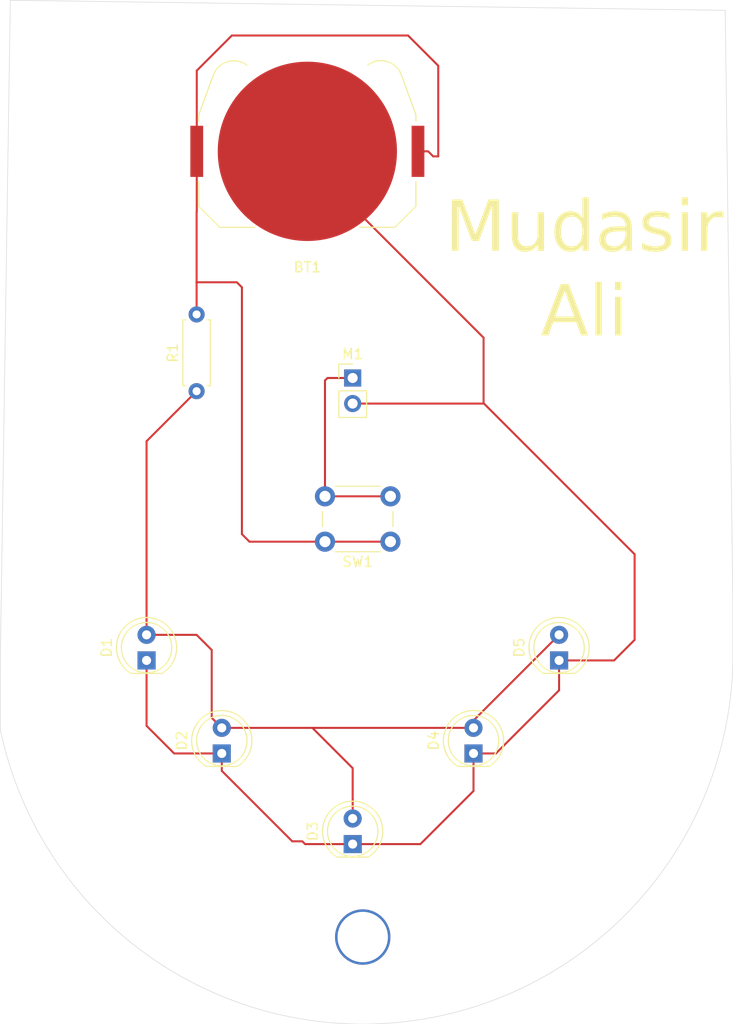
<source format=kicad_pcb>
(kicad_pcb (version 20241229) (generator "pcbnew") (generator_version "9.0")
  (layers (0 "F.Cu" signal) (2 "B.Cu" signal) (13 "F.Paste" user) (15 "B.Paste" user) (5 "F.SilkS" user "F.Silkscreen") (7 "B.SilkS" user "B.Silkscreen") (1 "F.Mask" user) (3 "B.Mask" user) (25 "Edge.Cuts" user))
  (net 0 "")
  (net 1 "Net-(BT1--)")
  (net 2 "Net-(BT1-+)")
  (net 3 "Net-(D1-A)")
  (net 4 "Net-(M1-+)")
  (footprint "LED_THT:LED_D5.0mm" (layer "F.Cu") (at 123.5 112.775 90)
    (property "Reference" "D3" (at 1.27 -3.96 90) (layer "F.SilkS"))
    (property "Value" "LED")
    (fp_line (start -1.29 -1.545) (end -1.29 1.545) (stroke (width 0.12)) (layer "F.SilkS"))
    (fp_arc (start -1.29 -1.54483) (mid 2.071779 -2.880495) (end 4.26 0) (stroke (width 0.12)) (layer "F.SilkS"))
    (fp_arc (start 4.26 0) (mid 2.071779 2.880495) (end -1.29 1.54483) (stroke (width 0.12)) (layer "F.SilkS"))
    (fp_circle (center 1.27 0) (end 3.77 0) (stroke (width 0.12)) (fill no) (layer "F.SilkS"))
    (pad "1" thru_hole rect (at 0 0 90) (size 1.8 1.8) (drill 0.9) (layers "*.Cu" "*.Mask") (net 1 "Net-(BT1--)"))
    (pad "2" thru_hole circle (at 2.54 0 90) (size 1.8 1.8) (drill 0.9) (layers "*.Cu" "*.Mask") (net 3 "Net-(D1-A)"))
  )
  (footprint "LED_THT:LED_D5.0mm" (layer "F.Cu") (at 110.5 103.775 90)
    (property "Reference" "D2" (at 1.27 -3.96 90) (layer "F.SilkS"))
    (property "Value" "LED")
    (fp_line (start -1.29 -1.545) (end -1.29 1.545) (stroke (width 0.12)) (layer "F.SilkS"))
    (fp_arc (start -1.29 -1.54483) (mid 2.071779 -2.880495) (end 4.26 0) (stroke (width 0.12)) (layer "F.SilkS"))
    (fp_arc (start 4.26 0) (mid 2.071779 2.880495) (end -1.29 1.54483) (stroke (width 0.12)) (layer "F.SilkS"))
    (fp_circle (center 1.27 0) (end 3.77 0) (stroke (width 0.12)) (fill no) (layer "F.SilkS"))
    (pad "1" thru_hole rect (at 0 0 90) (size 1.8 1.8) (drill 0.9) (layers "*.Cu" "*.Mask") (net 1 "Net-(BT1--)"))
    (pad "2" thru_hole circle (at 2.54 0 90) (size 1.8 1.8) (drill 0.9) (layers "*.Cu" "*.Mask") (net 3 "Net-(D1-A)"))
  )
  (footprint "Battery:BatteryHolder_Keystone_3034_1x20mm" (layer "F.Cu") (at 119 44 180)
    (property "Reference" "BT1" (at 0 -11.5 0) (layer "F.SilkS"))
    (property "Value" "Battery_Cell")
    (fp_line (start 10.78 3.63) (end 9.34 7.58) (stroke (width 0.12)) (layer "F.SilkS"))
    (fp_line (start 10.78 3) (end 10.78 3.63) (stroke (width 0.12)) (layer "F.SilkS"))
    (fp_line (start 10.78 -5.46) (end 10.78 -3) (stroke (width 0.12)) (layer "F.SilkS"))
    (fp_line (start 8.7 -7.54) (end 10.78 -5.46) (stroke (width 0.12)) (layer "F.SilkS"))
    (fp_line (start 8.7 -7.54) (end 5.2 -7.54) (stroke (width 0.12)) (layer "F.SilkS"))
    (fp_line (start -5.2 -7.54) (end -8.7 -7.54) (stroke (width 0.12)) (layer "F.SilkS"))
    (fp_line (start -8.7 -7.54) (end -10.78 -5.46) (stroke (width 0.12)) (layer "F.SilkS"))
    (fp_line (start -10.78 3.63) (end -9.34 7.58) (stroke (width 0.12)) (layer "F.SilkS"))
    (fp_line (start -10.78 3) (end -10.78 3.63) (stroke (width 0.12)) (layer "F.SilkS"))
    (fp_line (start -10.78 -5.46) (end -10.78 -3) (stroke (width 0.12)) (layer "F.SilkS"))
    (fp_arc (start 9.325243 7.588169) (mid 7.90634 8.911668) (end 6 8.55) (stroke (width 0.12)) (layer "F.SilkS"))
    (fp_arc (start -6.003354 8.56653) (mid -7.921654 8.918738) (end -9.34 7.58) (stroke (width 0.12)) (layer "F.SilkS"))
    (pad "1" smd rect (at -10.985 0 180) (size 1.27 5.08) (layers "F.Cu" "F.Mask" "F.Paste") (net 2 "Net-(BT1-+)"))
    (pad "1" smd rect (at 10.985 0 180) (size 1.27 5.08) (layers "F.Cu" "F.Mask" "F.Paste") (net 2 "Net-(BT1-+)"))
    (pad "2" smd circle (at 0 0 180) (size 17.8 17.8) (layers "F.Cu" "F.Mask") (net 1 "Net-(BT1--)"))
  )
  (footprint "LED_THT:LED_D5.0mm" (layer "F.Cu") (at 103.03 94.54 90)
    (property "Reference" "D1" (at 1.27 -3.96 90) (layer "F.SilkS"))
    (property "Value" "LED")
    (fp_line (start -1.29 -1.545) (end -1.29 1.545) (stroke (width 0.12)) (layer "F.SilkS"))
    (fp_arc (start -1.29 -1.54483) (mid 2.071779 -2.880495) (end 4.26 0) (stroke (width 0.12)) (layer "F.SilkS"))
    (fp_arc (start 4.26 0) (mid 2.071779 2.880495) (end -1.29 1.54483) (stroke (width 0.12)) (layer "F.SilkS"))
    (fp_circle (center 1.27 0) (end 3.77 0) (stroke (width 0.12)) (fill no) (layer "F.SilkS"))
    (pad "1" thru_hole rect (at 0 0 90) (size 1.8 1.8) (drill 0.9) (layers "*.Cu" "*.Mask") (net 1 "Net-(BT1--)"))
    (pad "2" thru_hole circle (at 2.54 0 90) (size 1.8 1.8) (drill 0.9) (layers "*.Cu" "*.Mask") (net 3 "Net-(D1-A)"))
  )
  (footprint "LED_THT:LED_D5.0mm" (layer "F.Cu") (at 144 94.54 90)
    (property "Reference" "D5" (at 1.27 -3.96 90) (layer "F.SilkS"))
    (property "Value" "LED")
    (fp_line (start -1.29 -1.545) (end -1.29 1.545) (stroke (width 0.12)) (layer "F.SilkS"))
    (fp_arc (start -1.29 -1.54483) (mid 2.071779 -2.880495) (end 4.26 0) (stroke (width 0.12)) (layer "F.SilkS"))
    (fp_arc (start 4.26 0) (mid 2.071779 2.880495) (end -1.29 1.54483) (stroke (width 0.12)) (layer "F.SilkS"))
    (fp_circle (center 1.27 0) (end 3.77 0) (stroke (width 0.12)) (fill no) (layer "F.SilkS"))
    (pad "1" thru_hole rect (at 0 0 90) (size 1.8 1.8) (drill 0.9) (layers "*.Cu" "*.Mask") (net 1 "Net-(BT1--)"))
    (pad "2" thru_hole circle (at 2.54 0 90) (size 1.8 1.8) (drill 0.9) (layers "*.Cu" "*.Mask") (net 3 "Net-(D1-A)"))
  )
  (footprint "Connector_PinHeader_2.54mm:PinHeader_1x02_P2.54mm_Vertical" (layer "F.Cu") (at 123.5 66.5)
    (property "Reference" "M1" (at 0 -2.38 0) (layer "F.SilkS"))
    (property "Value" "Motor_DC")
    (fp_line (start -1.38 -1.38) (end 0 -1.38) (stroke (width 0.12)) (layer "F.SilkS"))
    (fp_line (start -1.38 0) (end -1.38 -1.38) (stroke (width 0.12)) (layer "F.SilkS"))
    (fp_line (start -1.38 1.27) (end -1.38 3.92) (stroke (width 0.12)) (layer "F.SilkS"))
    (fp_line (start -1.38 1.27) (end 1.38 1.27) (stroke (width 0.12)) (layer "F.SilkS"))
    (fp_line (start -1.38 3.92) (end 1.38 3.92) (stroke (width 0.12)) (layer "F.SilkS"))
    (fp_line (start 1.38 1.27) (end 1.38 3.92) (stroke (width 0.12)) (layer "F.SilkS"))
    (pad "1" thru_hole rect (at 0 0) (size 1.7 1.7) (drill 1) (layers "*.Cu" "*.Mask") (net 4 "Net-(M1-+)"))
    (pad "2" thru_hole circle (at 0 2.54) (size 1.7 1.7) (drill 1) (layers "*.Cu" "*.Mask") (net 1 "Net-(BT1--)"))
  )
  (footprint "LED_THT:LED_D5.0mm" (layer "F.Cu") (at 135.5 103.775 90)
    (property "Reference" "D4" (at 1.27 -3.96 90) (layer "F.SilkS"))
    (property "Value" "LED")
    (fp_line (start -1.29 -1.545) (end -1.29 1.545) (stroke (width 0.12)) (layer "F.SilkS"))
    (fp_arc (start -1.29 -1.54483) (mid 2.071779 -2.880495) (end 4.26 0) (stroke (width 0.12)) (layer "F.SilkS"))
    (fp_arc (start 4.26 0) (mid 2.071779 2.880495) (end -1.29 1.54483) (stroke (width 0.12)) (layer "F.SilkS"))
    (fp_circle (center 1.27 0) (end 3.77 0) (stroke (width 0.12)) (fill no) (layer "F.SilkS"))
    (pad "1" thru_hole rect (at 0 0 90) (size 1.8 1.8) (drill 0.9) (layers "*.Cu" "*.Mask") (net 1 "Net-(BT1--)"))
    (pad "2" thru_hole circle (at 2.54 0 90) (size 1.8 1.8) (drill 0.9) (layers "*.Cu" "*.Mask") (net 3 "Net-(D1-A)"))
  )
  (footprint "Button_Switch_THT:SW_PUSH_6mm" (layer "F.Cu") (at 127.25 82.75 180)
    (property "Reference" "SW1" (at 3.25 -2 0) (layer "F.SilkS"))
    (property "Value" "SW_Push")
    (fp_line (start 6.75 3) (end 6.75 1.5) (stroke (width 0.12)) (layer "F.SilkS"))
    (fp_line (start 5.5 -1) (end 1 -1) (stroke (width 0.12)) (layer "F.SilkS"))
    (fp_line (start 1 5.5) (end 5.5 5.5) (stroke (width 0.12)) (layer "F.SilkS"))
    (fp_line (start -0.25 1.5) (end -0.25 3) (stroke (width 0.12)) (layer "F.SilkS"))
    (pad "1" thru_hole circle (at 0 0 270) (size 2 2) (drill 1.1) (layers "*.Cu" "*.Mask") (net 2 "Net-(BT1-+)"))
    (pad "1" thru_hole circle (at 6.5 0 270) (size 2 2) (drill 1.1) (layers "*.Cu" "*.Mask") (net 2 "Net-(BT1-+)"))
    (pad "2" thru_hole circle (at 0 4.5 270) (size 2 2) (drill 1.1) (layers "*.Cu" "*.Mask") (net 4 "Net-(M1-+)"))
    (pad "2" thru_hole circle (at 6.5 4.5 270) (size 2 2) (drill 1.1) (layers "*.Cu" "*.Mask") (net 4 "Net-(M1-+)"))
  )
  (footprint "Resistor_THT:R_Axial_DIN0207_L6.3mm_D2.5mm_P7.62mm_Horizontal" (layer "F.Cu") (at 108 67.81 90)
    (property "Reference" "R1" (at 3.81 -2.37 90) (layer "F.SilkS"))
    (property "Value" "R")
    (fp_line (start 7.08 -1.37) (end 7.08 -1.04) (stroke (width 0.12)) (layer "F.SilkS"))
    (fp_line (start 0.54 -1.37) (end 7.08 -1.37) (stroke (width 0.12)) (layer "F.SilkS"))
    (fp_line (start 0.54 -1.04) (end 0.54 -1.37) (stroke (width 0.12)) (layer "F.SilkS"))
    (fp_line (start 0.54 1.04) (end 0.54 1.37) (stroke (width 0.12)) (layer "F.SilkS"))
    (fp_line (start 7.08 1.37) (end 7.08 1.04) (stroke (width 0.12)) (layer "F.SilkS"))
    (fp_line (start 0.54 1.37) (end 7.08 1.37) (stroke (width 0.12)) (layer "F.SilkS"))
    (pad "1" thru_hole circle (at 0 0 90) (size 1.6 1.6) (drill 0.8) (layers "*.Cu" "*.Mask") (net 3 "Net-(D1-A)"))
    (pad "2" thru_hole circle (at 7.62 0 90) (size 1.6 1.6) (drill 0.8) (layers "*.Cu" "*.Mask") (net 2 "Net-(BT1-+)"))
  )
  (gr_line (start 160.5 30) (end 89.5 29) (stroke (width 0.05)) (layer "Edge.Cuts"))
  (gr_line (start 161.25608 88.613821) (end 161.25608 94.981707) (stroke (width 0.05)) (layer "Edge.Cuts"))
  (gr_line (start 89.5 29) (end 88.500001 95) (stroke (width 0.05)) (layer "Edge.Cuts"))
  (gr_line (start 88.500001 95) (end 88.500001 101.367893) (stroke (width 0.05)) (layer "Edge.Cuts"))
  (gr_arc (start 161.25608 94.981714) (mid 127.71539 130.5) (end 88.5 101.367893) (stroke (width 0.05)) (layer "Edge.Cuts"))
  (gr_line (start 161.25608 88.613821) (end 160.5 30) (stroke (width 0.05)) (layer "Edge.Cuts"))
  (gr_text "Mudasir\nAli" (at 146.5 56 0) (layer "F.SilkS") (effects (font (size 5 5) (thickness 0.1))))
  (via (at 124.5 122) (size 5.5) (drill 5) (layers "F.Cu" "B.Cu") (net 0))
  (segment (start 110.5 105.5) (end 117.5 112.5) (width 0.2) (layer "F.Cu") (net 1))
  (segment (start 151.5 92.5) (end 149.46 94.54) (width 0.2) (layer "F.Cu") (net 1))
  (segment (start 103.03 94.54) (end 103.03 101.03) (width 0.2) (layer "F.Cu") (net 1))
  (segment (start 118.5 112.5) (end 118.775 112.775) (width 0.2) (layer "F.Cu") (net 1))
  (segment (start 136.5 69) (end 136.5 62.5) (width 0.2) (layer "F.Cu") (net 1))
  (segment (start 117.5 112.5) (end 118.5 112.5) (width 0.2) (layer "F.Cu") (net 1))
  (segment (start 105.775 103.775) (end 110.5 103.775) (width 0.2) (layer "F.Cu") (net 1))
  (segment (start 151.5 84) (end 151.5 92.5) (width 0.2) (layer "F.Cu") (net 1))
  (segment (start 119 45) (end 119 44) (width 0.2) (layer "F.Cu") (net 1))
  (segment (start 144 97.5) (end 144 94.54) (width 0.2) (layer "F.Cu") (net 1))
  (segment (start 136.5 62.5) (end 119 45) (width 0.2) (layer "F.Cu") (net 1))
  (segment (start 123.5 69.04) (end 136.46 69.04) (width 0.2) (layer "F.Cu") (net 1))
  (segment (start 103.03 101.03) (end 105.775 103.775) (width 0.2) (layer "F.Cu") (net 1))
  (segment (start 137.725 103.775) (end 144 97.5) (width 0.2) (layer "F.Cu") (net 1))
  (segment (start 136.46 69.04) (end 136.5 69) (width 0.2) (layer "F.Cu") (net 1))
  (segment (start 118.775 112.775) (end 123.5 112.775) (width 0.2) (layer "F.Cu") (net 1))
  (segment (start 135.5 103.775) (end 137.725 103.775) (width 0.2) (layer "F.Cu") (net 1))
  (segment (start 123.5 112.775) (end 123.725 113) (width 0.2) (layer "F.Cu") (net 1))
  (segment (start 135.5 107.5) (end 135.5 103.775) (width 0.2) (layer "F.Cu") (net 1))
  (segment (start 110.5 103.775) (end 110.5 105.5) (width 0.2) (layer "F.Cu") (net 1))
  (segment (start 136.5 69) (end 151.5 84) (width 0.2) (layer "F.Cu") (net 1))
  (segment (start 149.46 94.54) (end 144 94.54) (width 0.2) (layer "F.Cu") (net 1))
  (segment (start 130.225 112.775) (end 135.5 107.5) (width 0.2) (layer "F.Cu") (net 1))
  (segment (start 123.5 112.775) (end 130.225 112.775) (width 0.2) (layer "F.Cu") (net 1))
  (segment (start 131 44) (end 129.985 44) (width 0.2) (layer "F.Cu") (net 2))
  (segment (start 108.015 50) (end 108.015 44) (width 0.2) (layer "F.Cu") (net 2))
  (segment (start 131.5 44.5) (end 131 44) (width 0.2) (layer "F.Cu") (net 2))
  (segment (start 108 57) (end 108 50.015) (width 0.2) (layer "F.Cu") (net 2))
  (segment (start 120.75 82.75) (end 127.25 82.75) (width 0.2) (layer "F.Cu") (net 2))
  (segment (start 111.5 32.5) (end 129 32.5) (width 0.2) (layer "F.Cu") (net 2))
  (segment (start 108.015 35.985) (end 111.5 32.5) (width 0.2) (layer "F.Cu") (net 2))
  (segment (start 129 32.5) (end 132 35.5) (width 0.2) (layer "F.Cu") (net 2))
  (segment (start 113.25 82.75) (end 120.75 82.75) (width 0.2) (layer "F.Cu") (net 2))
  (segment (start 112 57) (end 112.5 57.5) (width 0.2) (layer "F.Cu") (net 2))
  (segment (start 108.015 44) (end 108.015 35.985) (width 0.2) (layer "F.Cu") (net 2))
  (segment (start 132 35.5) (end 132 44.5) (width 0.2) (layer "F.Cu") (net 2))
  (segment (start 108 57) (end 112 57) (width 0.2) (layer "F.Cu") (net 2))
  (segment (start 112.5 57.5) (end 112.5 82) (width 0.2) (layer "F.Cu") (net 2))
  (segment (start 108 60.19) (end 108 57) (width 0.2) (layer "F.Cu") (net 2))
  (segment (start 132 44.5) (end 131.5 44.5) (width 0.2) (layer "F.Cu") (net 2))
  (segment (start 112.5 82) (end 113.25 82.75) (width 0.2) (layer "F.Cu") (net 2))
  (segment (start 108 50.015) (end 108.015 50) (width 0.2) (layer "F.Cu") (net 2))
  (segment (start 103.03 72.78) (end 108 67.81) (width 0.2) (layer "F.Cu") (net 3))
  (segment (start 119.5 101.235) (end 135.5 101.235) (width 0.2) (layer "F.Cu") (net 3))
  (segment (start 109.5 100.235) (end 110.5 101.235) (width 0.2) (layer "F.Cu") (net 3))
  (segment (start 123.5 105.235) (end 119.5 101.235) (width 0.2) (layer "F.Cu") (net 3))
  (segment (start 135.5 101.235) (end 135.5 100.5) (width 0.2) (layer "F.Cu") (net 3))
  (segment (start 110.5 101.235) (end 119.5 101.235) (width 0.2) (layer "F.Cu") (net 3))
  (segment (start 109.5 93.5) (end 109.5 100.235) (width 0.2) (layer "F.Cu") (net 3))
  (segment (start 123.5 110.235) (end 123.5 105.235) (width 0.2) (layer "F.Cu") (net 3))
  (segment (start 103.03 92) (end 103.03 72.78) (width 0.2) (layer "F.Cu") (net 3))
  (segment (start 103.03 92) (end 108 92) (width 0.2) (layer "F.Cu") (net 3))
  (segment (start 108 92) (end 109.5 93.5) (width 0.2) (layer "F.Cu") (net 3))
  (segment (start 135.5 100.5) (end 144 92) (width 0.2) (layer "F.Cu") (net 3))
  (segment (start 120.75 78.25) (end 120.75 66.75) (width 0.2) (layer "F.Cu") (net 4))
  (segment (start 120.75 66.75) (end 121 66.5) (width 0.2) (layer "F.Cu") (net 4))
  (segment (start 121 66.5) (end 123.5 66.5) (width 0.2) (layer "F.Cu") (net 4))
  (segment (start 120.75 78.25) (end 127.25 78.25) (width 0.2) (layer "F.Cu") (net 4))
)
</source>
